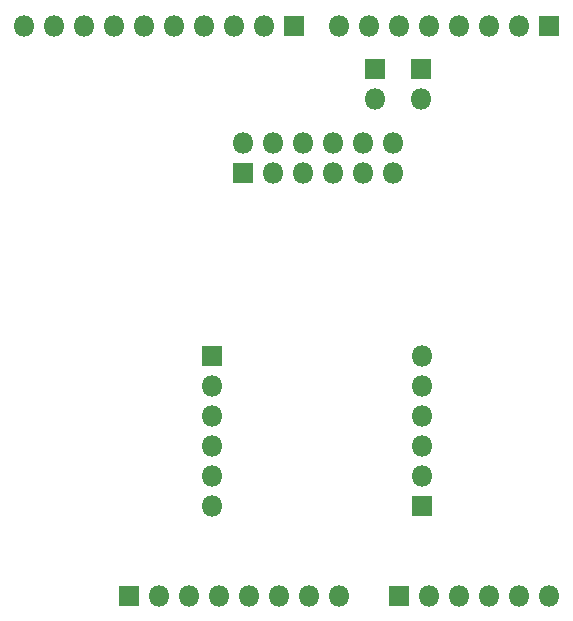
<source format=gbs>
G04 #@! TF.GenerationSoftware,KiCad,Pcbnew,(2018-01-23 revision c95c77c51)-master*
G04 #@! TF.CreationDate,2018-01-29T11:30:05+01:00*
G04 #@! TF.ProjectId,rpi_mrf_radio_shield,7270695F6D72665F726164696F5F7368,rev?*
G04 #@! TF.SameCoordinates,Original*
G04 #@! TF.FileFunction,Soldermask,Bot*
G04 #@! TF.FilePolarity,Negative*
%FSLAX46Y46*%
G04 Gerber Fmt 4.6, Leading zero omitted, Abs format (unit mm)*
G04 Created by KiCad (PCBNEW (2018-01-23 revision c95c77c51)-master) date Mon Jan 29 11:30:05 2018*
%MOMM*%
%LPD*%
G01*
G04 APERTURE LIST*
%ADD10R,1.801600X1.801600*%
%ADD11O,1.801600X1.801600*%
G04 APERTURE END LIST*
D10*
X162001100Y-136113600D03*
D11*
X164541100Y-136113600D03*
X167081100Y-136113600D03*
X169621100Y-136113600D03*
X172161100Y-136113600D03*
X174701100Y-136113600D03*
D10*
X146176900Y-115793600D03*
D11*
X146176900Y-118333600D03*
X146176900Y-120873600D03*
X146176900Y-123413600D03*
X146176900Y-125953600D03*
X146176900Y-128493600D03*
X163956900Y-115793600D03*
X163956900Y-118333600D03*
X163956900Y-120873600D03*
X163956900Y-123413600D03*
X163956900Y-125953600D03*
D10*
X163956900Y-128493600D03*
D11*
X159969100Y-94076600D03*
D10*
X159969100Y-91536600D03*
X139141100Y-136113600D03*
D11*
X141681100Y-136113600D03*
X144221100Y-136113600D03*
X146761100Y-136113600D03*
X149301100Y-136113600D03*
X151841100Y-136113600D03*
X154381100Y-136113600D03*
X156921100Y-136113600D03*
D10*
X153111100Y-87853600D03*
D11*
X150571100Y-87853600D03*
X148031100Y-87853600D03*
X145491100Y-87853600D03*
X142951100Y-87853600D03*
X140411100Y-87853600D03*
X137871100Y-87853600D03*
X135331100Y-87853600D03*
X132791100Y-87853600D03*
X130251100Y-87853600D03*
D10*
X174701100Y-87853600D03*
D11*
X172161100Y-87853600D03*
X169621100Y-87853600D03*
X167081100Y-87853600D03*
X164541100Y-87853600D03*
X162001100Y-87853600D03*
X159461100Y-87853600D03*
X156921100Y-87853600D03*
D10*
X148729600Y-100299600D03*
D11*
X148729600Y-97759600D03*
X151269600Y-100299600D03*
X151269600Y-97759600D03*
X153809600Y-100299600D03*
X153809600Y-97759600D03*
X156349600Y-100299600D03*
X156349600Y-97759600D03*
X158889600Y-100299600D03*
X158889600Y-97759600D03*
X161429600Y-100299600D03*
X161429600Y-97759600D03*
X163829900Y-94076600D03*
D10*
X163829900Y-91536600D03*
M02*

</source>
